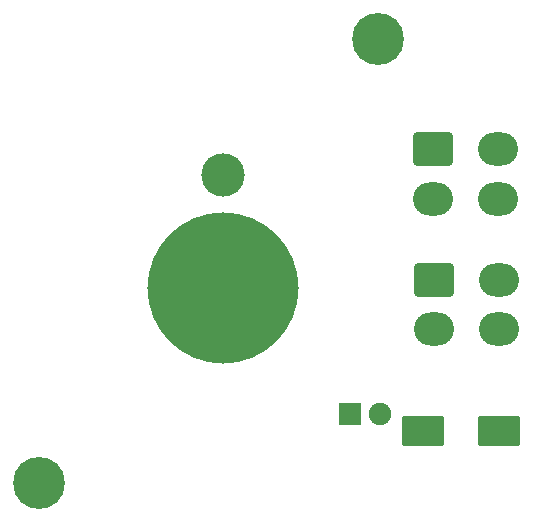
<source format=gbr>
%TF.GenerationSoftware,KiCad,Pcbnew,(6.0.9)*%
%TF.CreationDate,2022-12-26T17:43:00-09:00*%
%TF.ProjectId,PCB_ FIRE TEST PANEL,5043422c-2046-4495-9245-205445535420,rev?*%
%TF.SameCoordinates,Original*%
%TF.FileFunction,Soldermask,Bot*%
%TF.FilePolarity,Negative*%
%FSLAX46Y46*%
G04 Gerber Fmt 4.6, Leading zero omitted, Abs format (unit mm)*
G04 Created by KiCad (PCBNEW (6.0.9)) date 2022-12-26 17:43:00*
%MOMM*%
%LPD*%
G01*
G04 APERTURE LIST*
G04 Aperture macros list*
%AMRoundRect*
0 Rectangle with rounded corners*
0 $1 Rounding radius*
0 $2 $3 $4 $5 $6 $7 $8 $9 X,Y pos of 4 corners*
0 Add a 4 corners polygon primitive as box body*
4,1,4,$2,$3,$4,$5,$6,$7,$8,$9,$2,$3,0*
0 Add four circle primitives for the rounded corners*
1,1,$1+$1,$2,$3*
1,1,$1+$1,$4,$5*
1,1,$1+$1,$6,$7*
1,1,$1+$1,$8,$9*
0 Add four rect primitives between the rounded corners*
20,1,$1+$1,$2,$3,$4,$5,0*
20,1,$1+$1,$4,$5,$6,$7,0*
20,1,$1+$1,$6,$7,$8,$9,0*
20,1,$1+$1,$8,$9,$2,$3,0*%
G04 Aperture macros list end*
%ADD10RoundRect,0.300000X-1.500000X-1.000000X1.500000X-1.000000X1.500000X1.000000X-1.500000X1.000000X0*%
%ADD11RoundRect,0.300001X-1.399999X1.099999X-1.399999X-1.099999X1.399999X-1.099999X1.399999X1.099999X0*%
%ADD12O,3.400000X2.800000*%
%ADD13C,12.800000*%
%ADD14C,3.672000*%
%ADD15C,4.400000*%
%ADD16RoundRect,0.050000X-0.900000X-0.900000X0.900000X-0.900000X0.900000X0.900000X-0.900000X0.900000X0*%
%ADD17C,1.900000*%
G04 APERTURE END LIST*
D10*
%TO.C,C1*%
X151427000Y-113322000D03*
X157927000Y-113322000D03*
%TD*%
D11*
%TO.C,J1*%
X152341000Y-89448600D03*
D12*
X152341000Y-93648600D03*
X157841000Y-89448600D03*
X157841000Y-93648600D03*
%TD*%
D11*
%TO.C,J2*%
X152391000Y-100498000D03*
D12*
X152391000Y-104698000D03*
X157891000Y-100498000D03*
X157891000Y-104698000D03*
%TD*%
D13*
%TO.C,1*%
X134542711Y-101156493D03*
D14*
X134542711Y-91631493D03*
D13*
X134542711Y-101156493D03*
%TD*%
D15*
%TO.C,2*%
X147623711Y-80074493D03*
%TD*%
%TO.C,3*%
X118921711Y-117666493D03*
%TD*%
D16*
%TO.C,D11*%
X145250000Y-111839000D03*
D17*
X147790000Y-111839000D03*
%TD*%
M02*

</source>
